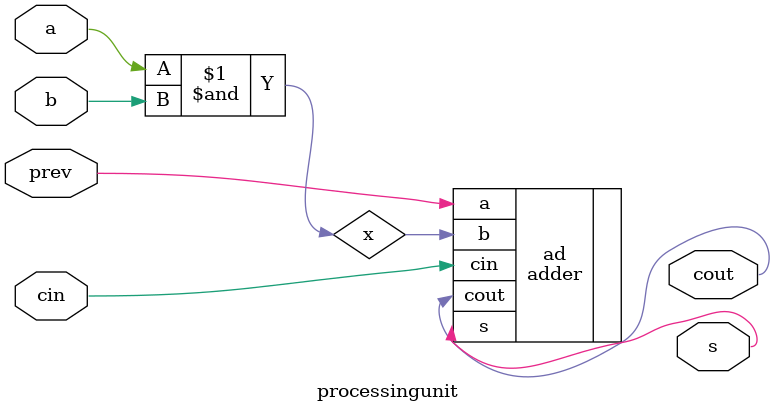
<source format=v>
`timescale 1ns / 1ps


module processingunit(
    input wire prev ,
    input wire a ,
    input wire b ,
    input wire cin ,
    output wire s ,
    output wire cout
    );
    
    wire [0:0] x;
    
    assign x = a & b;
    adder ad(
        .a(prev),
        .b(x),
        .cin(cin),
        .s(s),
        .cout(cout)
    );
endmodule

</source>
